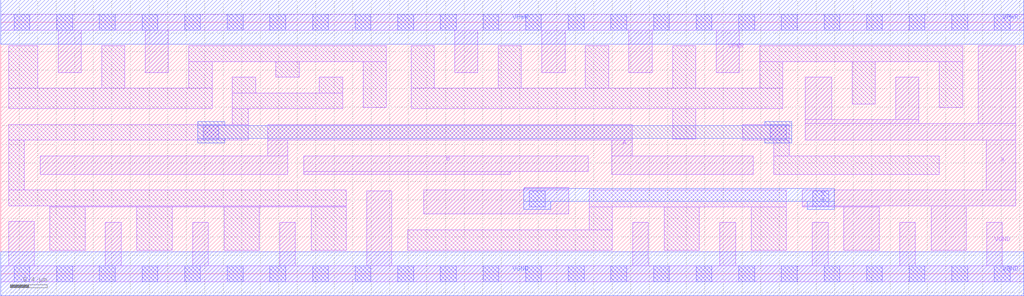
<source format=lef>
# Copyright 2020 The SkyWater PDK Authors
#
# Licensed under the Apache License, Version 2.0 (the "License");
# you may not use this file except in compliance with the License.
# You may obtain a copy of the License at
#
#     https://www.apache.org/licenses/LICENSE-2.0
#
# Unless required by applicable law or agreed to in writing, software
# distributed under the License is distributed on an "AS IS" BASIS,
# WITHOUT WARRANTIES OR CONDITIONS OF ANY KIND, either express or implied.
# See the License for the specific language governing permissions and
# limitations under the License.
#
# SPDX-License-Identifier: Apache-2.0

VERSION 5.7 ;
  NAMESCASESENSITIVE ON ;
  NOWIREEXTENSIONATPIN ON ;
  DIVIDERCHAR "/" ;
  BUSBITCHARS "[]" ;
UNITS
  DATABASE MICRONS 200 ;
END UNITS
PROPERTYDEFINITIONS
  MACRO maskLayoutSubType STRING ;
  MACRO prCellType STRING ;
  MACRO originalViewName STRING ;
END PROPERTYDEFINITIONS
MACRO sky130_fd_sc_hdll__xor2_4
  CLASS CORE ;
  FOREIGN sky130_fd_sc_hdll__xor2_4 ;
  ORIGIN  0.000000  0.000000 ;
  SIZE  11.04000 BY  2.720000 ;
  SYMMETRY X Y R90 ;
  SITE unithd ;
  PIN A
    ANTENNAGATEAREA  2.220000 ;
    DIRECTION INPUT ;
    USE SIGNAL ;
    PORT
      LAYER li1 ;
        RECT 0.425000 1.075000 3.100000 1.275000 ;
        RECT 2.880000 1.275000 3.100000 1.445000 ;
        RECT 2.880000 1.445000 6.815000 1.615000 ;
        RECT 6.595000 1.075000 8.120000 1.275000 ;
        RECT 6.595000 1.275000 6.815000 1.445000 ;
    END
  END A
  PIN B
    ANTENNAGATEAREA  2.220000 ;
    DIRECTION INPUT ;
    USE SIGNAL ;
    PORT
      LAYER li1 ;
        RECT 3.270000 1.075000 5.500000 1.105000 ;
        RECT 3.270000 1.105000 6.340000 1.275000 ;
    END
  END B
  PIN VGND
    ANTENNADIFFAREA  1.979250 ;
    DIRECTION INOUT ;
    USE SIGNAL ;
    PORT
      LAYER li1 ;
        RECT  0.000000 -0.085000 11.040000 0.085000 ;
        RECT  0.085000  0.085000  0.360000 0.565000 ;
        RECT  1.130000  0.085000  1.300000 0.555000 ;
        RECT  2.070000  0.085000  2.240000 0.555000 ;
        RECT  3.010000  0.085000  3.180000 0.555000 ;
        RECT  3.950000  0.085000  4.220000 0.895000 ;
        RECT  6.820000  0.085000  6.990000 0.555000 ;
        RECT  7.760000  0.085000  7.930000 0.555000 ;
        RECT  8.760000  0.085000  8.930000 0.555000 ;
        RECT  9.700000  0.085000  9.870000 0.555000 ;
        RECT 10.640000  0.085000 10.810000 0.555000 ;
      LAYER mcon ;
        RECT  0.145000 -0.085000  0.315000 0.085000 ;
        RECT  0.605000 -0.085000  0.775000 0.085000 ;
        RECT  1.065000 -0.085000  1.235000 0.085000 ;
        RECT  1.525000 -0.085000  1.695000 0.085000 ;
        RECT  1.985000 -0.085000  2.155000 0.085000 ;
        RECT  2.445000 -0.085000  2.615000 0.085000 ;
        RECT  2.905000 -0.085000  3.075000 0.085000 ;
        RECT  3.365000 -0.085000  3.535000 0.085000 ;
        RECT  3.825000 -0.085000  3.995000 0.085000 ;
        RECT  4.285000 -0.085000  4.455000 0.085000 ;
        RECT  4.745000 -0.085000  4.915000 0.085000 ;
        RECT  5.205000 -0.085000  5.375000 0.085000 ;
        RECT  5.665000 -0.085000  5.835000 0.085000 ;
        RECT  6.125000 -0.085000  6.295000 0.085000 ;
        RECT  6.585000 -0.085000  6.755000 0.085000 ;
        RECT  7.045000 -0.085000  7.215000 0.085000 ;
        RECT  7.505000 -0.085000  7.675000 0.085000 ;
        RECT  7.965000 -0.085000  8.135000 0.085000 ;
        RECT  8.425000 -0.085000  8.595000 0.085000 ;
        RECT  8.885000 -0.085000  9.055000 0.085000 ;
        RECT  9.345000 -0.085000  9.515000 0.085000 ;
        RECT  9.805000 -0.085000  9.975000 0.085000 ;
        RECT 10.265000 -0.085000 10.435000 0.085000 ;
        RECT 10.725000 -0.085000 10.895000 0.085000 ;
      LAYER met1 ;
        RECT 0.000000 -0.240000 11.040000 0.240000 ;
    END
  END VGND
  PIN VPWR
    ANTENNADIFFAREA  1.740000 ;
    DIRECTION INOUT ;
    USE SIGNAL ;
    PORT
      LAYER li1 ;
        RECT 0.000000 2.635000 11.040000 2.805000 ;
        RECT 0.620000 2.175000  0.870000 2.635000 ;
        RECT 1.560000 2.175000  1.810000 2.635000 ;
        RECT 4.900000 2.175000  5.150000 2.635000 ;
        RECT 5.840000 2.175000  6.090000 2.635000 ;
        RECT 6.780000 2.175000  7.030000 2.635000 ;
        RECT 7.720000 2.175000  7.970000 2.635000 ;
      LAYER mcon ;
        RECT  0.145000 2.635000  0.315000 2.805000 ;
        RECT  0.605000 2.635000  0.775000 2.805000 ;
        RECT  1.065000 2.635000  1.235000 2.805000 ;
        RECT  1.525000 2.635000  1.695000 2.805000 ;
        RECT  1.985000 2.635000  2.155000 2.805000 ;
        RECT  2.445000 2.635000  2.615000 2.805000 ;
        RECT  2.905000 2.635000  3.075000 2.805000 ;
        RECT  3.365000 2.635000  3.535000 2.805000 ;
        RECT  3.825000 2.635000  3.995000 2.805000 ;
        RECT  4.285000 2.635000  4.455000 2.805000 ;
        RECT  4.745000 2.635000  4.915000 2.805000 ;
        RECT  5.205000 2.635000  5.375000 2.805000 ;
        RECT  5.665000 2.635000  5.835000 2.805000 ;
        RECT  6.125000 2.635000  6.295000 2.805000 ;
        RECT  6.585000 2.635000  6.755000 2.805000 ;
        RECT  7.045000 2.635000  7.215000 2.805000 ;
        RECT  7.505000 2.635000  7.675000 2.805000 ;
        RECT  7.965000 2.635000  8.135000 2.805000 ;
        RECT  8.425000 2.635000  8.595000 2.805000 ;
        RECT  8.885000 2.635000  9.055000 2.805000 ;
        RECT  9.345000 2.635000  9.515000 2.805000 ;
        RECT  9.805000 2.635000  9.975000 2.805000 ;
        RECT 10.265000 2.635000 10.435000 2.805000 ;
        RECT 10.725000 2.635000 10.895000 2.805000 ;
      LAYER met1 ;
        RECT 0.000000 2.480000 11.040000 2.960000 ;
    END
  END VPWR
  PIN X
    ANTENNADIFFAREA  1.759450 ;
    DIRECTION OUTPUT ;
    USE SIGNAL ;
    PORT
      LAYER li1 ;
        RECT  4.565000 0.645000  6.130000 0.905000 ;
        RECT  5.650000 0.905000  6.130000 0.935000 ;
        RECT  8.650000 0.725000  9.480000 0.735000 ;
        RECT  8.650000 0.735000 10.955000 0.905000 ;
        RECT  8.680000 1.445000 10.955000 1.625000 ;
        RECT  8.680000 1.625000  9.910000 1.665000 ;
        RECT  8.680000 1.665000  8.970000 2.125000 ;
        RECT  9.100000 0.255000  9.480000 0.725000 ;
        RECT  9.660000 1.665000  9.910000 2.125000 ;
        RECT 10.040000 0.255000 10.420000 0.735000 ;
        RECT 10.550000 1.625000 10.955000 2.465000 ;
        RECT 10.635000 0.905000 10.955000 1.445000 ;
      LAYER mcon ;
        RECT 5.705000 0.725000 5.875000 0.895000 ;
        RECT 8.765000 0.725000 8.935000 0.895000 ;
      LAYER met1 ;
        RECT 5.645000 0.695000 5.935000 0.780000 ;
        RECT 5.645000 0.780000 8.995000 0.925000 ;
        RECT 8.705000 0.695000 8.995000 0.780000 ;
    END
  END X
  OBS
    LAYER li1 ;
      RECT  0.085000 0.735000  3.730000 0.905000 ;
      RECT  0.085000 0.905000  0.255000 1.445000 ;
      RECT  0.085000 1.445000  2.670000 1.615000 ;
      RECT  0.085000 1.785000  2.280000 2.005000 ;
      RECT  0.085000 2.005000  0.400000 2.465000 ;
      RECT  0.530000 0.255000  0.910000 0.725000 ;
      RECT  0.530000 0.725000  3.730000 0.735000 ;
      RECT  1.090000 2.005000  1.340000 2.465000 ;
      RECT  1.470000 0.255000  1.850000 0.725000 ;
      RECT  2.030000 2.005000  2.280000 2.295000 ;
      RECT  2.030000 2.295000  4.160000 2.465000 ;
      RECT  2.410000 0.255000  2.790000 0.725000 ;
      RECT  2.500000 1.615000  2.670000 1.785000 ;
      RECT  2.500000 1.785000  3.690000 1.955000 ;
      RECT  2.500000 1.955000  2.750000 2.125000 ;
      RECT  2.970000 2.125000  3.220000 2.295000 ;
      RECT  3.350000 0.255000  3.730000 0.725000 ;
      RECT  3.440000 1.955000  3.690000 2.125000 ;
      RECT  3.910000 1.795000  4.160000 2.295000 ;
      RECT  4.390000 0.255000  6.600000 0.475000 ;
      RECT  4.430000 1.785000  8.440000 2.005000 ;
      RECT  4.430000 2.005000  4.680000 2.465000 ;
      RECT  5.370000 2.005000  5.620000 2.465000 ;
      RECT  6.310000 2.005000  6.560000 2.465000 ;
      RECT  6.350000 0.475000  6.600000 0.725000 ;
      RECT  6.350000 0.725000  8.480000 0.905000 ;
      RECT  7.160000 0.255000  7.540000 0.725000 ;
      RECT  7.250000 1.455000  7.500000 1.785000 ;
      RECT  7.250000 2.005000  7.500000 2.465000 ;
      RECT  8.010000 1.445000  8.510000 1.615000 ;
      RECT  8.100000 0.255000  8.480000 0.725000 ;
      RECT  8.190000 2.005000  8.440000 2.295000 ;
      RECT  8.190000 2.295000 10.380000 2.465000 ;
      RECT  8.340000 1.075000 10.130000 1.275000 ;
      RECT  8.340000 1.275000  8.510000 1.445000 ;
      RECT  9.190000 1.835000  9.440000 2.295000 ;
      RECT 10.130000 1.795000 10.380000 2.295000 ;
    LAYER mcon ;
      RECT 2.185000 1.445000 2.355000 1.615000 ;
      RECT 8.305000 1.445000 8.475000 1.615000 ;
    LAYER met1 ;
      RECT 2.125000 1.415000 2.415000 1.460000 ;
      RECT 2.125000 1.460000 8.535000 1.600000 ;
      RECT 2.125000 1.600000 2.415000 1.645000 ;
      RECT 8.245000 1.415000 8.535000 1.460000 ;
      RECT 8.245000 1.600000 8.535000 1.645000 ;
  END
  PROPERTY maskLayoutSubType "abstract" ;
  PROPERTY prCellType "standard" ;
  PROPERTY originalViewName "layout" ;
END sky130_fd_sc_hdll__xor2_4

</source>
